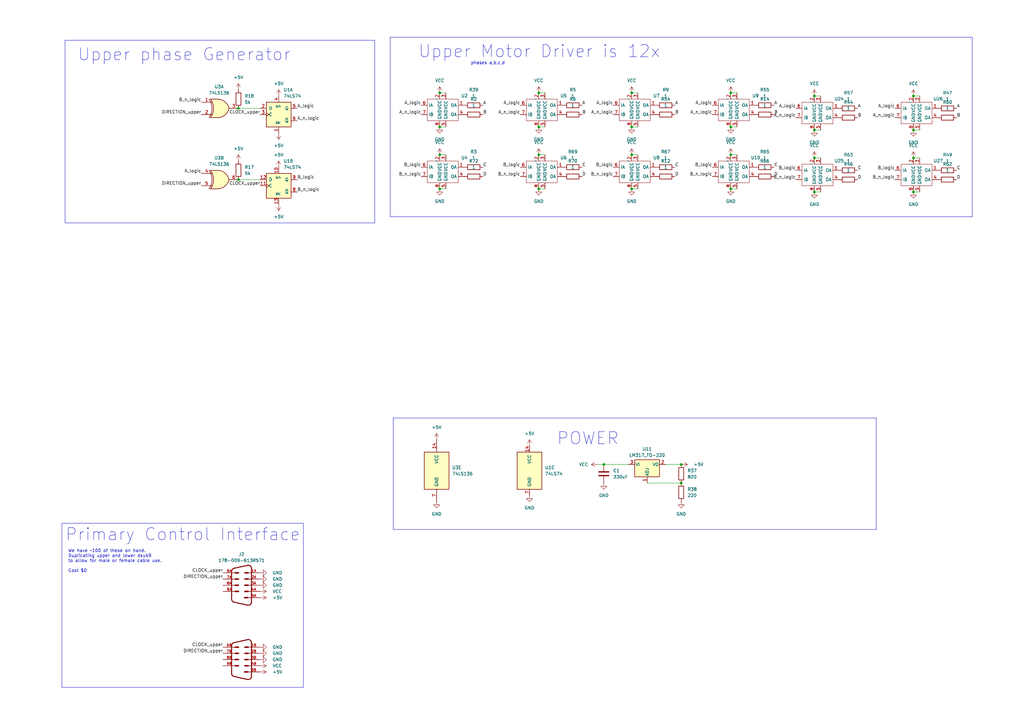
<source format=kicad_sch>
(kicad_sch (version 20230121) (generator eeschema)
  (paper "A3")
  (lib_symbols
    (symbol "178-009-613R571:178-009-613R571" (pin_names (offset 1.016))
      (property "Reference" "J" (at -3.81 1.27 0))
      (property "Value" "178-009-613R571" (at -3.81 -3.175 0))
      (symbol "178-009-613R571_0_0"
        (arc (start -4.064 -20.9488) (mid -3.7833 -21.745) (end -3.0654 -22.1894) (stroke (width 0.4064)))
        (arc (start -4.064 9.5312) (mid -3.7833 8.735) (end -3.0654 8.2906) (stroke (width 0.4064)))
        (arc (start -3.0654 -8.2906) (mid -3.7809 -8.732) (end -4.064 -9.5312) (stroke (width 0.4064)))
        (arc (start -3.0654 22.1894) (mid -3.7809 21.748) (end -4.064 20.9488) (stroke (width 0.4064)))
        (polyline (pts (xy -4.064 -9.5312) (xy -4.064 -20.9488)) (stroke (width 0.4064)))
        (polyline (pts (xy -4.064 20.9488) (xy -4.064 9.5312)) (stroke (width 0.4064)))
        (polyline (pts (xy -2.54 -17.78) (xy -1.27 -17.78)) (stroke (width 0.6096)))
        (polyline (pts (xy -2.54 -15.24) (xy -1.27 -15.24)) (stroke (width 0.6096)))
        (polyline (pts (xy -2.54 -12.7) (xy -1.27 -12.7)) (stroke (width 0.6096)))
        (polyline (pts (xy -2.54 -10.16) (xy -1.27 -10.16)) (stroke (width 0.6096)))
        (polyline (pts (xy -2.54 12.7) (xy -1.27 12.7)) (stroke (width 0.6096)))
        (polyline (pts (xy -2.54 15.24) (xy -1.27 15.24)) (stroke (width 0.6096)))
        (polyline (pts (xy -2.54 17.78) (xy -1.27 17.78)) (stroke (width 0.6096)))
        (polyline (pts (xy -2.54 20.32) (xy -1.27 20.32)) (stroke (width 0.6096)))
        (polyline (pts (xy 1.27 -20.32) (xy 2.54 -20.32)) (stroke (width 0.6096)))
        (polyline (pts (xy 1.27 10.16) (xy 2.54 10.16)) (stroke (width 0.6096)))
        (polyline (pts (xy 1.397 -17.78) (xy 2.667 -17.78)) (stroke (width 0.6096)))
        (polyline (pts (xy 1.397 -15.24) (xy 2.667 -15.24)) (stroke (width 0.6096)))
        (polyline (pts (xy 1.397 -12.7) (xy 2.667 -12.7)) (stroke (width 0.6096)))
        (polyline (pts (xy 1.397 -10.16) (xy 2.667 -10.16)) (stroke (width 0.6096)))
        (polyline (pts (xy 1.397 12.7) (xy 2.667 12.7)) (stroke (width 0.6096)))
        (polyline (pts (xy 1.397 15.24) (xy 2.667 15.24)) (stroke (width 0.6096)))
        (polyline (pts (xy 1.397 17.78) (xy 2.667 17.78)) (stroke (width 0.6096)))
        (polyline (pts (xy 1.397 20.32) (xy 2.667 20.32)) (stroke (width 0.6096)))
        (polyline (pts (xy 2.5226 -23.4118) (xy -3.0654 -22.1894)) (stroke (width 0.4064)))
        (polyline (pts (xy 2.5226 -7.0682) (xy -3.0654 -8.2906)) (stroke (width 0.4064)))
        (polyline (pts (xy 2.5226 7.0682) (xy -3.0654 8.2906)) (stroke (width 0.4064)))
        (polyline (pts (xy 2.5226 23.4118) (xy -3.0654 22.1894)) (stroke (width 0.4064)))
        (polyline (pts (xy 4.064 -8.3088) (xy 4.064 -22.1712)) (stroke (width 0.4064)))
        (polyline (pts (xy 4.064 22.1712) (xy 4.064 8.3088)) (stroke (width 0.4064)))
        (arc (start 2.5226 -23.4118) (mid 3.5903 -23.1605) (end 4.0637 -22.1712) (stroke (width 0.4064)))
        (arc (start 2.5226 7.0682) (mid 3.5903 7.3195) (end 4.0637 8.3088) (stroke (width 0.4064)))
        (arc (start 4.064 -8.3088) (mid 3.5874 -7.3171) (end 2.5226 -7.0681) (stroke (width 0.4064)))
        (arc (start 4.064 22.1712) (mid 3.5874 23.1629) (end 2.5226 23.4119) (stroke (width 0.4064)))
        (pin passive line (at 7.62 20.32 180) (length 5.08) (name "~") (number "1A"))
        (pin passive line (at 7.62 -10.16 180) (length 5.08) (name "~") (number "1B"))
        (pin passive line (at 7.62 17.78 180) (length 5.08) (name "~") (number "2A"))
        (pin passive line (at 7.62 -12.7 180) (length 5.08) (name "~") (number "2B"))
        (pin passive line (at 7.62 15.24 180) (length 5.08) (name "~") (number "3A"))
        (pin passive line (at 7.62 -15.24 180) (length 5.08) (name "~") (number "3B"))
        (pin passive line (at 7.62 12.7 180) (length 5.08) (name "~") (number "4A"))
        (pin passive line (at 7.62 -17.78 180) (length 5.08) (name "~") (number "4B"))
        (pin passive line (at 7.62 10.16 180) (length 5.08) (name "~") (number "5A"))
        (pin passive line (at 7.62 -20.32 180) (length 5.08) (name "~") (number "5B"))
        (pin passive line (at -7.62 20.32 0) (length 5.08) (name "~") (number "6A"))
        (pin passive line (at -7.62 -10.16 0) (length 5.08) (name "~") (number "6B"))
        (pin passive line (at -7.62 17.78 0) (length 5.08) (name "~") (number "7A"))
        (pin passive line (at -7.62 -12.7 0) (length 5.08) (name "~") (number "7B"))
        (pin passive line (at -7.62 15.24 0) (length 5.08) (name "~") (number "8A"))
        (pin passive line (at -7.62 -15.24 0) (length 5.08) (name "~") (number "8B"))
        (pin passive line (at -7.62 12.7 0) (length 5.08) (name "~") (number "9A"))
        (pin passive line (at -7.62 -17.78 0) (length 5.08) (name "~") (number "9B"))
      )
    )
    (symbol "74xx:74LS136" (pin_names (offset 1.016))
      (property "Reference" "U" (at 0 1.27 0))
      (property "Value" "74LS136" (at 0 -1.27 0))
      (symbol "74LS136_1_0"
        (arc (start -4.4196 -3.81) (mid -3.2033 0) (end -4.4196 3.81) (stroke (width 0.254)))
        (arc (start -3.81 -3.81) (mid -2.589 0) (end -3.81 3.81) (stroke (width 0.254)))
        (arc (start -0.6096 -3.81) (mid 2.1842 -2.5851) (end 3.81 0) (stroke (width 0.254)) (fill (type background)))
        (polyline (pts (xy -3.81 -3.81) (xy -0.635 -3.81)) (stroke (width 0.254)) (fill (type background)))
        (polyline (pts (xy -3.81 3.81) (xy -0.635 3.81)) (stroke (width 0.254)) (fill (type background)))
        (polyline (pts (xy -0.635 3.81) (xy -3.81 3.81) (xy -3.81 3.81) (xy -3.556 3.4036) (xy -3.0226 2.2606) (xy -2.6924 1.0414) (xy -2.6162 -0.254) (xy -2.7686 -1.4986) (xy -3.175 -2.7178) (xy -3.81 -3.81) (xy -3.81 -3.81) (xy -0.635 -3.81)) (stroke (width -25.4)) (fill (type background)))
        (arc (start 3.81 0) (mid 2.1915 2.5936) (end -0.6096 3.81) (stroke (width 0.254)) (fill (type background)))
        (pin input line (at -7.62 2.54 0) (length 4.445) (name "~") (number "1"))
        (pin input line (at -7.62 -2.54 0) (length 4.445) (name "~") (number "2"))
        (pin open_collector line (at 7.62 0 180) (length 3.81) (name "~") (number "3"))
      )
      (symbol "74LS136_1_1"
        (polyline (pts (xy -3.81 -2.54) (xy -3.175 -2.54)) (stroke (width 0.1524)))
        (polyline (pts (xy -3.81 2.54) (xy -3.175 2.54)) (stroke (width 0.1524)))
      )
      (symbol "74LS136_2_0"
        (arc (start -4.4196 -3.81) (mid -3.2033 0) (end -4.4196 3.81) (stroke (width 0.254)))
        (arc (start -3.81 -3.81) (mid -2.589 0) (end -3.81 3.81) (stroke (width 0.254)))
        (arc (start -0.6096 -3.81) (mid 2.1842 -2.5851) (end 3.81 0) (stroke (width 0.254)) (fill (type background)))
        (polyline (pts (xy -3.81 -3.81) (xy -0.635 -3.81)) (stroke (width 0.254)) (fill (type background)))
        (polyline (pts (xy -3.81 3.81) (xy -0.635 3.81)) (stroke (width 0.254)) (fill (type background)))
        (polyline (pts (xy -0.635 3.81) (xy -3.81 3.81) (xy -3.81 3.81) (xy -3.556 3.4036) (xy -3.0226 2.2606) (xy -2.6924 1.0414) (xy -2.6162 -0.254) (xy -2.7686 -1.4986) (xy -3.175 -2.7178) (xy -3.81 -3.81) (xy -3.81 -3.81) (xy -0.635 -3.81)) (stroke (width -25.4)) (fill (type background)))
        (arc (start 3.81 0) (mid 2.1915 2.5936) (end -0.6096 3.81) (stroke (width 0.254)) (fill (type background)))
        (pin input line (at -7.62 2.54 0) (length 4.445) (name "~") (number "4"))
        (pin input line (at -7.62 -2.54 0) (length 4.445) (name "~") (number "5"))
        (pin open_collector line (at 7.62 0 180) (length 3.81) (name "~") (number "6"))
      )
      (symbol "74LS136_2_1"
        (polyline (pts (xy -3.81 -2.54) (xy -3.175 -2.54)) (stroke (width 0.1524)))
        (polyline (pts (xy -3.81 2.54) (xy -3.175 2.54)) (stroke (width 0.1524)))
      )
      (symbol "74LS136_3_0"
        (arc (start -4.4196 -3.81) (mid -3.2033 0) (end -4.4196 3.81) (stroke (width 0.254)))
        (arc (start -3.81 -3.81) (mid -2.589 0) (end -3.81 3.81) (stroke (width 0.254)))
        (arc (start -0.6096 -3.81) (mid 2.1842 -2.5851) (end 3.81 0) (stroke (width 0.254)) (fill (type background)))
        (polyline (pts (xy -3.81 -3.81) (xy -0.635 -3.81)) (stroke (width 0.254)) (fill (type background)))
        (polyline (pts (xy -3.81 3.81) (xy -0.635 3.81)) (stroke (width 0.254)) (fill (type background)))
        (polyline (pts (xy -0.635 3.81) (xy -3.81 3.81) (xy -3.81 3.81) (xy -3.556 3.4036) (xy -3.0226 2.2606) (xy -2.6924 1.0414) (xy -2.6162 -0.254) (xy -2.7686 -1.4986) (xy -3.175 -2.7178) (xy -3.81 -3.81) (xy -3.81 -3.81) (xy -0.635 -3.81)) (stroke (width -25.4)) (fill (type background)))
        (arc (start 3.81 0) (mid 2.1915 2.5936) (end -0.6096 3.81) (stroke (width 0.254)) (fill (type background)))
        (pin input line (at -7.62 -2.54 0) (length 4.445) (name "~") (number "10"))
        (pin open_collector line (at 7.62 0 180) (length 3.81) (name "~") (number "8"))
        (pin input line (at -7.62 2.54 0) (length 4.445) (name "~") (number "9"))
      )
      (symbol "74LS136_3_1"
        (polyline (pts (xy -3.81 -2.54) (xy -3.175 -2.54)) (stroke (width 0.1524)))
        (polyline (pts (xy -3.81 2.54) (xy -3.175 2.54)) (stroke (width 0.1524)))
      )
      (symbol "74LS136_4_0"
        (arc (start -4.4196 -3.81) (mid -3.2033 0) (end -4.4196 3.81) (stroke (width 0.254)))
        (arc (start -3.81 -3.81) (mid -2.589 0) (end -3.81 3.81) (stroke (width 0.254)))
        (arc (start -0.6096 -3.81) (mid 2.1842 -2.5851) (end 3.81 0) (stroke (width 0.254)) (fill (type background)))
        (polyline (pts (xy -3.81 -3.81) (xy -0.635 -3.81)) (stroke (width 0.254)) (fill (type background)))
        (polyline (pts (xy -3.81 3.81) (xy -0.635 3.81)) (stroke (width 0.254)) (fill (type background)))
        (polyline (pts (xy -0.635 3.81) (xy -3.81 3.81) (xy -3.81 3.81) (xy -3.556 3.4036) (xy -3.0226 2.2606) (xy -2.6924 1.0414) (xy -2.6162 -0.254) (xy -2.7686 -1.4986) (xy -3.175 -2.7178) (xy -3.81 -3.81) (xy -3.81 -3.81) (xy -0.635 -3.81)) (stroke (width -25.4)) (fill (type background)))
        (arc (start 3.81 0) (mid 2.1915 2.5936) (end -0.6096 3.81) (stroke (width 0.254)) (fill (type background)))
        (pin open_collector line (at 7.62 0 180) (length 3.81) (name "~") (number "11"))
        (pin input line (at -7.62 2.54 0) (length 4.445) (name "~") (number "12"))
        (pin input line (at -7.62 -2.54 0) (length 4.445) (name "~") (number "13"))
      )
      (symbol "74LS136_4_1"
        (polyline (pts (xy -3.81 -2.54) (xy -3.175 -2.54)) (stroke (width 0.1524)))
        (polyline (pts (xy -3.81 2.54) (xy -3.175 2.54)) (stroke (width 0.1524)))
      )
      (symbol "74LS136_5_0"
        (pin power_in line (at 0 12.7 270) (length 5.08) (name "VCC") (number "14"))
        (pin power_in line (at 0 -12.7 90) (length 5.08) (name "GND") (number "7"))
      )
      (symbol "74LS136_5_1"
        (rectangle (start -5.08 7.62) (end 5.08 -7.62) (stroke (width 0.254)) (fill (type background)))
      )
    )
    (symbol "74xx:74LS74" (pin_names (offset 1.016))
      (property "Reference" "U" (at -7.62 8.89 0))
      (property "Value" "74LS74" (at -7.62 -8.89 0))
      (symbol "74LS74_1_0"
        (pin input line (at 0 -7.62 90) (length 2.54) (name "~{R}") (number "1"))
        (pin input line (at -7.62 2.54 0) (length 2.54) (name "D") (number "2"))
        (pin input clock (at -7.62 0 0) (length 2.54) (name "C") (number "3"))
        (pin input line (at 0 7.62 270) (length 2.54) (name "~{S}") (number "4"))
        (pin output line (at 7.62 2.54 180) (length 2.54) (name "Q") (number "5"))
        (pin output line (at 7.62 -2.54 180) (length 2.54) (name "~{Q}") (number "6"))
      )
      (symbol "74LS74_1_1"
        (rectangle (start -5.08 5.08) (end 5.08 -5.08) (stroke (width 0.254)) (fill (type background)))
      )
      (symbol "74LS74_2_0"
        (pin input line (at 0 7.62 270) (length 2.54) (name "~{S}") (number "10"))
        (pin input clock (at -7.62 0 0) (length 2.54) (name "C") (number "11"))
        (pin input line (at -7.62 2.54 0) (length 2.54) (name "D") (number "12"))
        (pin input line (at 0 -7.62 90) (length 2.54) (name "~{R}") (number "13"))
        (pin output line (at 7.62 -2.54 180) (length 2.54) (name "~{Q}") (number "8"))
        (pin output line (at 7.62 2.54 180) (length 2.54) (name "Q") (number "9"))
      )
      (symbol "74LS74_2_1"
        (rectangle (start -5.08 5.08) (end 5.08 -5.08) (stroke (width 0.254)) (fill (type background)))
      )
      (symbol "74LS74_3_0"
        (pin power_in line (at 0 10.16 270) (length 2.54) (name "VCC") (number "14"))
        (pin power_in line (at 0 -10.16 90) (length 2.54) (name "GND") (number "7"))
      )
      (symbol "74LS74_3_1"
        (rectangle (start -5.08 7.62) (end 5.08 -7.62) (stroke (width 0.254)) (fill (type background)))
      )
    )
    (symbol "Device:C" (pin_numbers hide) (pin_names (offset 0.254))
      (property "Reference" "C" (at 0.635 2.54 0))
      (property "Value" "C" (at 0.635 -2.54 0))
      (symbol "C_0_1"
        (polyline (pts (xy -2.032 -0.762) (xy 2.032 -0.762)) (stroke (width 0.508)))
        (polyline (pts (xy -2.032 0.762) (xy 2.032 0.762)) (stroke (width 0.508)))
      )
      (symbol "C_1_1"
        (pin passive line (at 0 3.81 270) (length 2.794) (name "~") (number "1"))
        (pin passive line (at 0 -3.81 90) (length 2.794) (name "~") (number "2"))
      )
    )
    (symbol "Device:R" (pin_numbers hide) (pin_names (offset 0))
      (property "Reference" "R" (at 2.032 0 90))
      (property "Value" "R" (at 0 0 90))
      (symbol "R_0_1"
        (rectangle (start -1.016 -2.54) (end 1.016 2.54) (stroke (width 0.254)))
      )
      (symbol "R_1_1"
        (pin passive line (at 0 3.81 270) (length 1.27) (name "~") (number "1"))
        (pin passive line (at 0 -3.81 90) (length 1.27) (name "~") (number "2"))
      )
    )
    (symbol "Regulator_Linear:LM317_TO-220" (pin_names (offset 0.254))
      (property "Reference" "U" (at -3.81 3.175 0))
      (property "Value" "LM317_TO-220" (at 0 3.175 0))
      (symbol "LM317_TO-220_0_1"
        (rectangle (start -5.08 1.905) (end 5.08 -5.08) (stroke (width 0.254)) (fill (type background)))
      )
      (symbol "LM317_TO-220_1_1"
        (pin input line (at 0 -7.62 90) (length 2.54) (name "ADJ") (number "1"))
        (pin power_out line (at 7.62 0 180) (length 2.54) (name "VO") (number "2"))
        (pin power_in line (at -7.62 0 0) (length 2.54) (name "VI") (number "3"))
      )
    )
    (symbol "my parts:L9110h"
      (property "Reference" "U" (at 0 0 0))
      (symbol "L9110h_0_1"
        (rectangle (start -3.81 0) (end 8.89 -8.89))
      )
      (symbol "L9110h_1_1"
        (pin output line (at 11.43 -2.54 180) (length 2.54) (name "OA") (number "1"))
        (pin input line (at 1.27 2.54 270) (length 2.54) (name "VCC") (number "2"))
        (pin input line (at 3.81 2.54 270) (length 2.54) (name "VCC") (number "3"))
        (pin output line (at 11.43 -6.35 180) (length 2.54) (name "OA") (number "4"))
        (pin input line (at 3.81 -11.43 90) (length 2.54) (name "GND") (number "5"))
        (pin input line (at -6.35 -2.54 0) (length 2.54) (name "IA") (number "6"))
        (pin input line (at -6.35 -6.35 0) (length 2.54) (name "IB") (number "7"))
        (pin input line (at 1.27 -11.43 90) (length 2.54) (name "GND") (number "8"))
      )
    )
    (symbol "power:+5V" (power) (pin_names (offset 0))
      (property "Value" "+5V" (at 0 3.556 0))
      (symbol "+5V_0_1"
        (polyline (pts (xy -0.762 1.27) (xy 0 2.54)))
        (polyline (pts (xy 0 0) (xy 0 2.54)))
        (polyline (pts (xy 0 2.54) (xy 0.762 1.27)))
      )
      (symbol "+5V_1_1"
        (pin power_in line (at 0 0 90) (length 0) hide (name "+5V") (number "1"))
      )
    )
    (symbol "power:GND" (power) (pin_names (offset 0))
      (property "Value" "GND" (at 0 -3.81 0))
      (symbol "GND_0_1"
        (polyline (pts (xy 0 0) (xy 0 -1.27) (xy 1.27 -1.27) (xy 0 -2.54) (xy -1.27 -1.27) (xy 0 -1.27)))
      )
      (symbol "GND_1_1"
        (pin power_in line (at 0 0 270) (length 0) hide (name "GND") (number "1"))
      )
    )
    (symbol "power:VCC" (power) (pin_names (offset 0))
      (property "Value" "VCC" (at 0 3.81 0))
      (symbol "VCC_0_1"
        (polyline (pts (xy -0.762 1.27) (xy 0 2.54)))
        (polyline (pts (xy 0 0) (xy 0 2.54)))
        (polyline (pts (xy 0 2.54) (xy 0.762 1.27)))
      )
      (symbol "VCC_1_1"
        (pin power_in line (at 0 0 90) (length 0) hide (name "VCC") (number "1"))
      )
    )
  )
  (junction (at 259.08 52.07))
  (junction (at 247.65 190.5))
  (junction (at 180.34 77.47))
  (junction (at 279.4 198.12))
  (junction (at 279.4 190.5))
  (junction (at 180.34 52.07))
  (junction (at 259.08 77.47))
  (junction (at 220.98 63.5))
  (junction (at 299.72 63.5))
  (junction (at 374.65 78.74))
  (junction (at 180.34 63.5))
  (junction (at 299.72 38.1))
  (junction (at 374.65 53.34))
  (junction (at 334.01 39.37))
  (junction (at 220.98 52.07))
  (junction (at 374.65 39.37))
  (junction (at 220.98 38.1))
  (junction (at 299.72 77.47))
  (junction (at 374.65 64.77))
  (junction (at 180.34 38.1))
  (junction (at 334.01 78.74))
  (junction (at 334.01 53.34))
  (junction (at 334.01 64.77))
  (junction (at 97.79 44.45))
  (junction (at 259.08 63.5))
  (junction (at 220.98 77.47))
  (junction (at 259.08 38.1))
  (junction (at 299.72 52.07))
  (junction (at 97.79 73.66))
  (wire (pts (xy 247.65 190.5) (xy 257.81 190.5)))
  (wire (pts (xy 180.34 63.5) (xy 182.88 63.5)))
  (wire (pts (xy 374.65 39.37) (xy 377.19 39.37)))
  (wire (pts (xy 220.98 63.5) (xy 223.52 63.5)))
  (wire (pts (xy 180.34 38.1) (xy 182.88 38.1)))
  (wire (pts (xy 220.98 77.47) (xy 223.52 77.47)))
  (wire (pts (xy 334.01 78.74) (xy 336.55 78.74)))
  (wire (pts (xy 334.01 64.77) (xy 336.55 64.77)))
  (wire (pts (xy 299.72 52.07) (xy 302.26 52.07)))
  (wire (pts (xy 97.79 44.45) (xy 106.68 44.45)))
  (wire (pts (xy 245.11 190.5) (xy 247.65 190.5)))
  (wire (pts (xy 180.34 77.47) (xy 182.88 77.47)))
  (wire (pts (xy 259.08 77.47) (xy 261.62 77.47)))
  (wire (pts (xy 374.65 78.74) (xy 377.19 78.74)))
  (wire (pts (xy 265.43 198.12) (xy 279.4 198.12)))
  (wire (pts (xy 334.01 39.37) (xy 336.55 39.37)))
  (wire (pts (xy 299.72 77.47) (xy 302.26 77.47)))
  (wire (pts (xy 220.98 38.1) (xy 223.52 38.1)))
  (wire (pts (xy 273.05 190.5) (xy 279.4 190.5)))
  (wire (pts (xy 374.65 64.77) (xy 377.19 64.77)))
  (wire (pts (xy 180.34 52.07) (xy 182.88 52.07)))
  (wire (pts (xy 299.72 38.1) (xy 302.26 38.1)))
  (wire (pts (xy 220.98 52.07) (xy 223.52 52.07)))
  (wire (pts (xy 374.65 53.34) (xy 377.19 53.34)))
  (wire (pts (xy 259.08 52.07) (xy 261.62 52.07)))
  (wire (pts (xy 299.72 63.5) (xy 302.26 63.5)))
  (wire (pts (xy 334.01 53.34) (xy 336.55 53.34)))
  (wire (pts (xy 259.08 38.1) (xy 261.62 38.1)))
  (wire (pts (xy 259.08 63.5) (xy 261.62 63.5)))
  (wire (pts (xy 97.79 73.66) (xy 106.68 73.66)))
  (rectangle (start 160.02 15.24) (end 398.78 88.9))
  (rectangle (start 26.67 16.51) (end 153.67 91.44))
  (rectangle (start 161.29 171.45) (end 359.41 217.17))
  (rectangle (start 25.4 214.63) (end 124.46 281.94))
  (text "Primary Control Interface" (at 26.67 222.25 0) (effects (font (size 5 5)) (justify left bottom)))
  (text "We have ~100 of these on hand.\nDuplicating upper and lower dsub9\nto allow for male or female cable use.\n\nCost $0" (at 27.94 234.95 0) (effects (font (size 1.27 1.27)) (justify left bottom)))
  (text "phases a,b,c,d" (at 193.04 26.67 0) (effects (font (size 1.27 1.27)) (justify left bottom)))
  (text "Upper Motor Driver is 12x " (at 171.45 24.13 0) (effects (font (size 5 5)) (justify left bottom)))
  (text "POWER" (at 254 182.88 0) (effects (font (size 5 5)) (justify right bottom)))
  (text "Upper phase Generator" (at 31.75 25.4 0) (effects (font (size 5 5)) (justify left bottom)))
  (label "B_n_logic" (at 326.39 73.66 180))
  (label "B_n_logic" (at 121.92 78.74 0))
  (label "A_logic" (at 213.36 43.18 180))
  (label "B" (at 276.86 46.99 0))
  (label "D" (at 238.76 72.39 0))
  (label "B_n_logic" (at 172.72 72.39 180))
  (label "B_n_logic" (at 82.55 41.91 180))
  (label "B_logic" (at 326.39 69.85 180))
  (label "B_n_logic" (at 251.46 72.39 180))
  (label "B_n_logic" (at 213.36 72.39 180))
  (label "C" (at 317.5 68.58 0))
  (label "C" (at 238.76 68.58 0))
  (label "A" (at 276.86 43.18 0))
  (label "DIRECTION_upper" (at 82.55 76.2 180))
  (label "A" (at 317.5 43.18 0))
  (label "B" (at 392.43 48.26 0))
  (label "CLOCK_upper" (at 106.68 76.2 180))
  (label "CLOCK_upper" (at 106.68 46.99 180))
  (label "B" (at 351.79 48.26 0))
  (label "B" (at 238.76 46.99 0))
  (label "A_logic" (at 367.03 44.45 180))
  (label "A_n_logic" (at 251.46 46.99 180))
  (label "CLOCK_upper" (at 91.44 265.43 180))
  (label "DIRECTION_upper" (at 91.44 267.97 180))
  (label "A_logic" (at 82.55 71.12 180))
  (label "A_logic" (at 251.46 43.18 180))
  (label "A_logic" (at 121.92 44.45 0))
  (label "C" (at 351.79 69.85 0))
  (label "A_n_logic" (at 292.1 46.99 180))
  (label "DIRECTION_upper" (at 82.55 46.99 180))
  (label "C" (at 276.86 68.58 0))
  (label "CLOCK_upper" (at 91.44 234.95 180))
  (label "B_logic" (at 213.36 68.58 180))
  (label "A_n_logic" (at 172.72 46.99 180))
  (label "B" (at 198.12 46.99 0))
  (label "A" (at 392.43 44.45 0))
  (label "A" (at 198.12 43.18 0))
  (label "A" (at 351.79 44.45 0))
  (label "B_logic" (at 121.92 73.66 0))
  (label "A_n_logic" (at 367.03 48.26 180))
  (label "A_logic" (at 326.39 44.45 180))
  (label "A" (at 238.76 43.18 0))
  (label "A_n_logic" (at 326.39 48.26 180))
  (label "D" (at 392.43 73.66 0))
  (label "A_logic" (at 172.72 43.18 180))
  (label "D" (at 198.12 72.39 0))
  (label "D" (at 317.5 72.39 0))
  (label "DIRECTION_upper" (at 91.44 237.49 180))
  (label "D" (at 276.86 72.39 0))
  (label "B_n_logic" (at 367.03 73.66 180))
  (label "B_logic" (at 251.46 68.58 180))
  (label "C" (at 198.12 68.58 0))
  (label "A_n_logic" (at 213.36 46.99 180))
  (label "A_n_logic" (at 121.92 49.53 0))
  (label "B_logic" (at 172.72 68.58 180))
  (label "D" (at 351.79 73.66 0))
  (label "C" (at 392.43 69.85 0))
  (label "B_n_logic" (at 292.1 72.39 180))
  (label "B_logic" (at 367.03 69.85 180))
  (label "B_logic" (at 292.1 68.58 180))
  (label "A_logic" (at 292.1 43.18 180))
  (label "B" (at 317.5 46.99 0))
  (symbol (lib_id "Device:R") (at 273.05 46.99 90) (unit 1)
    (property "Reference" "R54" (at 273.05 40.64 90))
    (property "Value" "1" (at 273.05 43.18 90))
    (property "Footprint" "Resistor_SMD:R_1206_3216Metric" (effects hide))
  )
  (symbol (lib_id "my parts:L9110h") (at 257.81 66.04 0) (unit 1)
    (property "Reference" "U8" (at 269.24 64.6683 0))
    (property "Value" "~" (at 257.81 66.04 0))
    (property "Footprint" "Package_DIP:DIP-8_W7.62mm" (effects hide))
  )
  (symbol (lib_id "Device:R") (at 347.98 73.66 90) (unit 1)
    (property "Reference" "R46" (at 347.98 67.31 90))
    (property "Value" "1" (at 347.98 69.85 90))
    (property "Footprint" "Resistor_SMD:R_1206_3216Metric" (effects hide))
  )
  (symbol (lib_id "power:GND") (at 179.07 205.74 0) (unit 1)
    (property "Reference" "#PWR018" (effects hide))
    (property "Value" "GND" (at 179.07 210.82 0))
  )
  (symbol (lib_id "power:VCC") (at 334.01 39.37 0) (unit 1)
    (property "Reference" "#PWR053" (effects hide))
    (property "Value" "VCC" (at 334.01 34.29 0))
  )
  (symbol (lib_id "power:VCC") (at 374.65 64.77 0) (unit 1)
    (property "Reference" "#PWR059" (effects hide))
    (property "Value" "VCC" (at 374.65 59.69 0))
  )
  (symbol (lib_id "74xx:74LS136") (at 179.07 193.04 0) (unit 5)
    (property "Reference" "U3" (at 185.42 191.77 0) (effects (justify left)))
    (property "Value" "74LS136" (at 185.42 194.31 0) (effects (justify left)))
    (property "Footprint" "Package_DIP:DIP-14_W7.62mm" (effects hide))
    (property "Datasheet" "http://www.ti.com/lit/ds/symlink/sn54ls136.pdf" (effects hide))
  )
  (symbol (lib_id "my parts:L9110h") (at 257.81 40.64 0) (unit 1)
    (property "Reference" "U7" (at 269.24 39.2683 0))
    (property "Value" "~" (at 257.81 40.64 0))
    (property "Footprint" "Package_DIP:DIP-8_W7.62mm" (effects hide))
  )
  (symbol (lib_id "Device:R") (at 194.31 72.39 90) (unit 1)
    (property "Reference" "R72" (at 194.31 66.04 90))
    (property "Value" "1" (at 194.31 68.58 90))
    (property "Footprint" "Resistor_SMD:R_1206_3216Metric" (effects hide))
  )
  (symbol (lib_id "power:VCC") (at 180.34 38.1 0) (unit 1)
    (property "Reference" "#PWR02" (effects hide))
    (property "Value" "VCC" (at 180.34 33.02 0))
  )
  (symbol (lib_id "Device:R") (at 273.05 72.39 90) (unit 1)
    (property "Reference" "R12" (at 273.05 66.04 90))
    (property "Value" "1" (at 273.05 68.58 90))
    (property "Footprint" "Resistor_SMD:R_1206_3216Metric" (effects hide))
  )
  (symbol (lib_id "power:VCC") (at 180.34 63.5 0) (unit 1)
    (property "Reference" "#PWR03" (effects hide))
    (property "Value" "VCC" (at 180.34 58.42 0))
  )
  (symbol (lib_id "Device:R") (at 234.95 68.58 90) (unit 1)
    (property "Reference" "R69" (at 234.95 62.23 90))
    (property "Value" "1" (at 234.95 64.77 90))
    (property "Footprint" "Resistor_SMD:R_1206_3216Metric" (effects hide))
  )
  (symbol (lib_id "power:GND") (at 106.68 267.97 90) (unit 1)
    (property "Reference" "#PWR033" (effects hide))
    (property "Value" "GND" (at 111.76 267.97 90) (effects (justify right)))
  )
  (symbol (lib_id "my parts:L9110h") (at 373.38 67.31 0) (unit 1)
    (property "Reference" "U27" (at 384.81 65.9383 0))
    (property "Value" "~" (at 373.38 67.31 0))
    (property "Footprint" "Package_DIP:DIP-8_W7.62mm" (effects hide))
  )
  (symbol (lib_id "power:GND") (at 247.65 198.12 0) (unit 1)
    (property "Reference" "#PWR048" (effects hide))
    (property "Value" "GND" (at 247.65 203.2 0))
  )
  (symbol (lib_id "74xx:74LS136") (at 90.17 73.66 0) (unit 2)
    (property "Reference" "U3" (at 89.8652 64.77 0))
    (property "Value" "74LS136" (at 89.8652 67.31 0))
    (property "Footprint" "Package_DIP:DIP-14_W7.62mm" (effects hide))
    (property "Datasheet" "http://www.ti.com/lit/ds/symlink/sn54ls136.pdf" (effects hide))
  )
  (symbol (lib_id "Device:R") (at 347.98 69.85 90) (unit 1)
    (property "Reference" "R63" (at 347.98 63.5 90))
    (property "Value" "1" (at 347.98 66.04 90))
    (property "Footprint" "Resistor_SMD:R_1206_3216Metric" (effects hide))
  )
  (symbol (lib_id "power:VCC") (at 334.01 64.77 0) (unit 1)
    (property "Reference" "#PWR055" (effects hide))
    (property "Value" "VCC" (at 334.01 59.69 0))
  )
  (symbol (lib_id "my parts:L9110h") (at 219.71 66.04 0) (unit 1)
    (property "Reference" "U6" (at 231.14 64.6683 0))
    (property "Value" "~" (at 219.71 66.04 0))
    (property "Footprint" "Package_DIP:DIP-8_W7.62mm" (effects hide))
  )
  (symbol (lib_id "power:GND") (at 106.68 237.49 90) (unit 1)
    (property "Reference" "#PWR035" (effects hide))
    (property "Value" "GND" (at 111.76 237.49 90) (effects (justify right)))
  )
  (symbol (lib_id "power:+5V") (at 106.68 245.11 270) (unit 1)
    (property "Reference" "#PWR028" (effects hide))
    (property "Value" "+5V" (at 111.76 245.11 90) (effects (justify left)))
  )
  (symbol (lib_id "Device:R") (at 279.4 201.93 0) (unit 1)
    (property "Reference" "R38" (at 281.94 200.66 0) (effects (justify left)))
    (property "Value" "220" (at 281.94 203.2 0) (effects (justify left)))
    (property "Footprint" "Resistor_THT:R_Axial_DIN0204_L3.6mm_D1.6mm_P5.08mm_Horizontal" (effects hide))
  )
  (symbol (lib_id "Device:R") (at 234.95 43.18 90) (unit 1)
    (property "Reference" "R5" (at 234.95 36.83 90))
    (property "Value" "1" (at 234.95 39.37 90))
    (property "Footprint" "Resistor_SMD:R_1206_3216Metric" (effects hide))
  )
  (symbol (lib_id "power:+5V") (at 97.79 66.04 0) (unit 1)
    (property "Reference" "#PWR026" (effects hide))
    (property "Value" "+5V" (at 97.79 60.96 0))
  )
  (symbol (lib_id "Device:R") (at 313.69 43.18 90) (unit 1)
    (property "Reference" "R55" (at 313.69 36.83 90))
    (property "Value" "1" (at 313.69 39.37 90))
    (property "Footprint" "Resistor_SMD:R_1206_3216Metric" (effects hide))
  )
  (symbol (lib_id "74xx:74LS136") (at 90.17 44.45 0) (unit 1)
    (property "Reference" "U3" (at 89.8652 35.56 0))
    (property "Value" "74LS136" (at 89.8652 38.1 0))
    (property "Footprint" "Package_DIP:DIP-14_W7.62mm" (effects hide))
    (property "Datasheet" "http://www.ti.com/lit/ds/symlink/sn54ls136.pdf" (effects hide))
  )
  (symbol (lib_id "power:GND") (at 106.68 265.43 90) (unit 1)
    (property "Reference" "#PWR030" (effects hide))
    (property "Value" "GND" (at 111.76 265.43 90) (effects (justify right)))
  )
  (symbol (lib_id "power:GND") (at 106.68 234.95 90) (unit 1)
    (property "Reference" "#PWR036" (effects hide))
    (property "Value" "GND" (at 111.76 234.95 90) (effects (justify right)))
  )
  (symbol (lib_id "power:VCC") (at 374.65 39.37 0) (unit 1)
    (property "Reference" "#PWR057" (effects hide))
    (property "Value" "VCC" (at 374.65 34.29 0))
  )
  (symbol (lib_id "power:VCC") (at 259.08 63.5 0) (unit 1)
    (property "Reference" "#PWR011" (effects hide))
    (property "Value" "VCC" (at 259.08 58.42 0))
  )
  (symbol (lib_id "power:GND") (at 217.17 203.2 0) (unit 1)
    (property "Reference" "#PWR017" (effects hide))
    (property "Value" "GND" (at 217.17 208.28 0))
  )
  (symbol (lib_id "power:VCC") (at 220.98 38.1 0) (unit 1)
    (property "Reference" "#PWR05" (effects hide))
    (property "Value" "VCC" (at 220.98 33.02 0))
  )
  (symbol (lib_id "Device:R") (at 194.31 46.99 90) (unit 1)
    (property "Reference" "R2" (at 194.31 40.64 90))
    (property "Value" "1" (at 194.31 43.18 90))
    (property "Footprint" "Resistor_SMD:R_1206_3216Metric" (effects hide))
  )
  (symbol (lib_id "power:+5V") (at 217.17 182.88 0) (unit 1)
    (property "Reference" "#PWR020" (effects hide))
    (property "Value" "+5V" (at 217.17 177.8 0))
  )
  (symbol (lib_id "power:+5V") (at 114.3 68.58 0) (unit 1)
    (property "Reference" "#PWR024" (effects hide))
    (property "Value" "+5V" (at 114.3 63.5 0))
  )
  (symbol (lib_id "power:GND") (at 279.4 205.74 0) (unit 1)
    (property "Reference" "#PWR049" (effects hide))
    (property "Value" "GND" (at 279.4 210.82 0))
  )
  (symbol (lib_id "Device:R") (at 388.62 73.66 90) (unit 1)
    (property "Reference" "R62" (at 388.62 67.31 90))
    (property "Value" "1" (at 388.62 69.85 90))
    (property "Footprint" "Resistor_SMD:R_1206_3216Metric" (effects hide))
  )
  (symbol (lib_id "power:GND") (at 259.08 77.47 0) (unit 1)
    (property "Reference" "#PWR012" (effects hide))
    (property "Value" "GND" (at 259.08 82.55 0))
  )
  (symbol (lib_id "power:GND") (at 220.98 52.07 0) (unit 1)
    (property "Reference" "#PWR06" (effects hide))
    (property "Value" "GND" (at 220.98 57.15 0))
  )
  (symbol (lib_id "power:+5V") (at 114.3 83.82 180) (unit 1)
    (property "Reference" "#PWR021" (effects hide))
    (property "Value" "+5V" (at 114.3 88.9 0))
  )
  (symbol (lib_id "Device:R") (at 388.62 44.45 90) (unit 1)
    (property "Reference" "R47" (at 388.62 38.1 90))
    (property "Value" "1" (at 388.62 40.64 90))
    (property "Footprint" "Resistor_SMD:R_1206_3216Metric" (effects hide))
  )
  (symbol (lib_id "power:GND") (at 220.98 77.47 0) (unit 1)
    (property "Reference" "#PWR08" (effects hide))
    (property "Value" "GND" (at 220.98 82.55 0))
  )
  (symbol (lib_id "Device:C") (at 247.65 194.31 0) (unit 1)
    (property "Reference" "C1" (at 251.46 193.04 0) (effects (justify left)))
    (property "Value" "330uF" (at 251.46 195.58 0) (effects (justify left)))
  )
  (symbol (lib_id "power:GND") (at 334.01 78.74 0) (unit 1)
    (property "Reference" "#PWR056" (effects hide))
    (property "Value" "GND" (at 334.01 83.82 0))
  )
  (symbol (lib_id "my parts:L9110h") (at 179.07 40.64 0) (unit 1)
    (property "Reference" "U2" (at 190.5 39.2683 0))
    (property "Value" "~" (at 179.07 40.64 0))
    (property "Footprint" "Package_DIP:DIP-8_W7.62mm" (effects hide))
  )
  (symbol (lib_id "power:VCC") (at 259.08 38.1 0) (unit 1)
    (property "Reference" "#PWR09" (effects hide))
    (property "Value" "VCC" (at 259.08 33.02 0))
  )
  (symbol (lib_id "power:+5V") (at 114.3 39.37 0) (unit 1)
    (property "Reference" "#PWR023" (effects hide))
    (property "Value" "+5V" (at 114.3 34.29 0))
  )
  (symbol (lib_id "Device:R") (at 313.69 68.58 90) (unit 1)
    (property "Reference" "R65" (at 313.69 62.23 90))
    (property "Value" "1" (at 313.69 64.77 90))
    (property "Footprint" "Resistor_SMD:R_1206_3216Metric" (effects hide))
  )
  (symbol (lib_id "74xx:74LS74") (at 114.3 46.99 0) (unit 1)
    (property "Reference" "U1" (at 116.2559 36.83 0) (effects (justify left)))
    (property "Value" "74LS74" (at 116.2559 39.37 0) (effects (justify left)))
    (property "Footprint" "Package_DIP:DIP-14_W7.62mm" (effects hide))
    (property "Datasheet" "74xx/74hc_hct74.pdf" (effects hide))
  )
  (symbol (lib_id "my parts:L9110h") (at 298.45 66.04 0) (unit 1)
    (property "Reference" "U10" (at 309.88 64.6683 0))
    (property "Value" "~" (at 298.45 66.04 0))
    (property "Footprint" "Package_DIP:DIP-8_W7.62mm" (effects hide))
  )
  (symbol (lib_id "power:GND") (at 106.68 240.03 90) (unit 1)
    (property "Reference" "#PWR027" (effects hide))
    (property "Value" "GND" (at 111.76 240.03 90) (effects (justify right)))
  )
  (symbol (lib_id "Device:R") (at 279.4 194.31 0) (unit 1)
    (property "Reference" "R37" (at 281.94 193.04 0) (effects (justify left)))
    (property "Value" "820" (at 281.94 195.58 0) (effects (justify left)))
    (property "Footprint" "Resistor_THT:R_Axial_DIN0204_L3.6mm_D1.6mm_P5.08mm_Horizontal" (effects hide))
  )
  (symbol (lib_id "74xx:74LS74") (at 114.3 76.2 0) (unit 2)
    (property "Reference" "U1" (at 116.2559 66.04 0) (effects (justify left)))
    (property "Value" "74LS74" (at 116.2559 68.58 0) (effects (justify left)))
    (property "Footprint" "Package_DIP:DIP-14_W7.62mm" (effects hide))
    (property "Datasheet" "74xx/74hc_hct74.pdf" (effects hide))
  )
  (symbol (lib_id "power:VCC") (at 299.72 38.1 0) (unit 1)
    (property "Reference" "#PWR013" (effects hide))
    (property "Value" "VCC" (at 299.72 33.02 0))
  )
  (symbol (lib_id "my parts:L9110h") (at 332.74 41.91 0) (unit 1)
    (property "Reference" "U24" (at 344.17 40.5383 0))
    (property "Value" "~" (at 332.74 41.91 0))
    (property "Footprint" "Package_DIP:DIP-8_W7.62mm" (effects hide))
  )
  (symbol (lib_id "Device:R") (at 273.05 43.18 90) (unit 1)
    (property "Reference" "R9" (at 273.05 36.83 90))
    (property "Value" "1" (at 273.05 39.37 90))
    (property "Footprint" "Resistor_SMD:R_1206_3216Metric" (effects hide))
  )
  (symbol (lib_id "power:GND") (at 299.72 77.47 0) (unit 1)
    (property "Reference" "#PWR016" (effects hide))
    (property "Value" "GND" (at 299.72 82.55 0))
  )
  (symbol (lib_id "power:+5V") (at 279.4 190.5 270) (unit 1)
    (property "Reference" "#PWR050" (effects hide))
    (property "Value" "+5V" (at 284.48 190.5 90) (effects (justify left)))
  )
  (symbol (lib_id "Device:R") (at 234.95 72.39 90) (unit 1)
    (property "Reference" "R70" (at 234.95 66.04 90))
    (property "Value" "1" (at 234.95 68.58 90))
    (property "Footprint" "Resistor_SMD:R_1206_3216Metric" (effects hide))
  )
  (symbol (lib_id "power:+5V") (at 179.07 180.34 0) (unit 1)
    (property "Reference" "#PWR019" (effects hide))
    (property "Value" "+5V" (at 179.07 175.26 0))
  )
  (symbol (lib_id "power:VCC") (at 245.11 190.5 90) (unit 1)
    (property "Reference" "#PWR047" (effects hide))
    (property "Value" "VCC" (at 241.3 190.5 90) (effects (justify left)))
  )
  (symbol (lib_id "Device:R") (at 97.79 40.64 180) (unit 1)
    (property "Reference" "R18" (at 100.33 39.37 0) (effects (justify right)))
    (property "Value" "5k" (at 100.33 41.91 0) (effects (justify right)))
    (property "Footprint" "Resistor_THT:R_Axial_DIN0204_L3.6mm_D1.6mm_P5.08mm_Horizontal" (effects hide))
  )
  (symbol (lib_id "Regulator_Linear:LM317_TO-220") (at 265.43 190.5 0) (unit 1)
    (property "Reference" "U11" (at 265.43 184.15 0))
    (property "Value" "LM317_TO-220" (at 265.43 186.69 0))
    (property "Footprint" "Package_TO_SOT_THT:TO-220-3_Vertical" (effects hide))
    (property "Datasheet" "http://www.ti.com/lit/ds/symlink/lm317.pdf" (effects hide))
  )
  (symbol (lib_id "power:GND") (at 299.72 52.07 0) (unit 1)
    (property "Reference" "#PWR014" (effects hide))
    (property "Value" "GND" (at 299.72 57.15 0))
  )
  (symbol (lib_id "power:VCC") (at 106.68 242.57 270) (unit 1)
    (property "Reference" "#PWR029" (effects hide))
    (property "Value" "VCC" (at 111.76 242.57 90) (effects (justify left)))
  )
  (symbol (lib_id "power:VCC") (at 299.72 63.5 0) (unit 1)
    (property "Reference" "#PWR015" (effects hide))
    (property "Value" "VCC" (at 299.72 58.42 0))
  )
  (symbol (lib_id "my parts:L9110h") (at 219.71 40.64 0) (unit 1)
    (property "Reference" "U5" (at 231.14 39.2683 0))
    (property "Value" "~" (at 219.71 40.64 0))
    (property "Footprint" "Package_DIP:DIP-8_W7.62mm" (effects hide))
  )
  (symbol (lib_id "power:GND") (at 180.34 77.47 0) (unit 1)
    (property "Reference" "#PWR04" (effects hide))
    (property "Value" "GND" (at 180.34 82.55 0))
  )
  (symbol (lib_id "Device:R") (at 388.62 69.85 90) (unit 1)
    (property "Reference" "R49" (at 388.62 63.5 90))
    (property "Value" "1" (at 388.62 66.04 90))
    (property "Footprint" "Resistor_SMD:R_1206_3216Metric" (effects hide))
  )
  (symbol (lib_id "my parts:L9110h") (at 373.38 41.91 0) (unit 1)
    (property "Reference" "U26" (at 384.81 40.5383 0))
    (property "Value" "~" (at 373.38 41.91 0))
    (property "Footprint" "Package_DIP:DIP-8_W7.62mm" (effects hide))
  )
  (symbol (lib_id "my parts:L9110h") (at 298.45 40.64 0) (unit 1)
    (property "Reference" "U9" (at 309.88 39.2683 0))
    (property "Value" "~" (at 298.45 40.64 0))
    (property "Footprint" "Package_DIP:DIP-8_W7.62mm" (effects hide))
  )
  (symbol (lib_id "Device:R") (at 234.95 46.99 90) (unit 1)
    (property "Reference" "R6" (at 234.95 40.64 90))
    (property "Value" "1" (at 234.95 43.18 90))
    (property "Footprint" "Resistor_SMD:R_1206_3216Metric" (effects hide))
  )
  (symbol (lib_id "power:VCC") (at 220.98 63.5 0) (unit 1)
    (property "Reference" "#PWR07" (effects hide))
    (property "Value" "VCC" (at 220.98 58.42 0))
  )
  (symbol (lib_id "power:+5V") (at 114.3 54.61 180) (unit 1)
    (property "Reference" "#PWR022" (effects hide))
    (property "Value" "+5V" (at 114.3 59.69 0))
  )
  (symbol (lib_id "Device:R") (at 273.05 68.58 90) (unit 1)
    (property "Reference" "R67" (at 273.05 62.23 90))
    (property "Value" "1" (at 273.05 64.77 90))
    (property "Footprint" "Resistor_SMD:R_1206_3216Metric" (effects hide))
  )
  (symbol (lib_id "Device:R") (at 347.98 48.26 90) (unit 1)
    (property "Reference" "R44" (at 347.98 41.91 90))
    (property "Value" "1" (at 347.98 44.45 90))
    (property "Footprint" "Resistor_SMD:R_1206_3216Metric" (effects hide))
  )
  (symbol (lib_id "power:+5V") (at 97.79 36.83 0) (unit 1)
    (property "Reference" "#PWR025" (effects hide))
    (property "Value" "+5V" (at 97.79 31.75 0))
  )
  (symbol (lib_id "Device:R") (at 97.79 69.85 180) (unit 1)
    (property "Reference" "R17" (at 100.33 68.58 0) (effects (justify right)))
    (property "Value" "5k" (at 100.33 71.12 0) (effects (justify right)))
    (property "Footprint" "Resistor_THT:R_Axial_DIN0204_L3.6mm_D1.6mm_P5.08mm_Horizontal" (effects hide))
  )
  (symbol (lib_id "Device:R") (at 388.62 48.26 90) (unit 1)
    (property "Reference" "R60" (at 388.62 41.91 90))
    (property "Value" "1" (at 388.62 44.45 90))
    (property "Footprint" "Resistor_SMD:R_1206_3216Metric" (effects hide))
  )
  (symbol (lib_id "power:+5V") (at 106.68 275.59 270) (unit 1)
    (property "Reference" "#PWR031" (effects hide))
    (property "Value" "+5V" (at 111.76 275.59 90) (effects (justify left)))
  )
  (symbol (lib_id "Device:R") (at 313.69 46.99 90) (unit 1)
    (property "Reference" "R14" (at 313.69 40.64 90))
    (property "Value" "1" (at 313.69 43.18 90))
    (property "Footprint" "Resistor_SMD:R_1206_3216Metric" (effects hide))
  )
  (symbol (lib_id "power:GND") (at 374.65 53.34 0) (unit 1)
    (property "Reference" "#PWR058" (effects hide))
    (property "Value" "GND" (at 374.65 58.42 0))
  )
  (symbol (lib_id "74xx:74LS74") (at 217.17 193.04 0) (unit 3)
    (property "Reference" "U1" (at 223.52 191.77 0) (effects (justify left)))
    (property "Value" "74LS74" (at 223.52 194.31 0) (effects (justify left)))
    (property "Footprint" "Package_DIP:DIP-14_W7.62mm" (effects hide))
    (property "Datasheet" "74xx/74hc_hct74.pdf" (effects hide))
  )
  (symbol (lib_id "Device:R") (at 194.31 68.58 90) (unit 1)
    (property "Reference" "R3" (at 194.31 62.23 90))
    (property "Value" "1" (at 194.31 64.77 90))
    (property "Footprint" "Resistor_SMD:R_1206_3216Metric" (effects hide))
  )
  (symbol (lib_id "power:GND") (at 259.08 52.07 0) (unit 1)
    (property "Reference" "#PWR010" (effects hide))
    (property "Value" "GND" (at 259.08 57.15 0))
  )
  (symbol (lib_id "power:GND") (at 180.34 52.07 0) (unit 1)
    (property "Reference" "#PWR01" (effects hide))
    (property "Value" "GND" (at 180.34 57.15 0))
  )
  (symbol (lib_id "power:GND") (at 374.65 78.74 0) (unit 1)
    (property "Reference" "#PWR060" (effects hide))
    (property "Value" "GND" (at 374.65 83.82 0))
  )
  (symbol (lib_id "power:VCC") (at 106.68 273.05 270) (unit 1)
    (property "Reference" "#PWR032" (effects hide))
    (property "Value" "VCC" (at 111.76 273.05 90) (effects (justify left)))
  )
  (symbol (lib_id "178-009-613R571:178-009-613R571") (at 99.06 255.27 0) (unit 1)
    (property "Reference" "J2" (at 99.06 227.33 0))
    (property "Value" "178-009-613R571" (at 99.06 229.87 0))
    (property "Footprint" "178-009-613R571:178-009-613R571" (effects hide))
    (property "MF" "NorComp Inc." (effects hide))
    (property "Description" "\n9, 9 Position D-Sub - Stacked Plug, Male Pins Connector\n" (effects hide))
    (property "Package" "None" (effects hide))
    (property "Price" "None" (effects hide))
    (property "SnapEDA_Link" "https://www.snapeda.com/parts/178-009-613R571/NorComp+Inc./view-part/?ref=snap" (effects hide))
    (property "MP" "178-009-613R571" (effects hide))
    (property "Availability" "In Stock" (effects hide))
    (property "Check_prices" "https://www.snapeda.com/parts/178-009-613R571/NorComp+Inc./view-part/?ref=eda" (effects hide))
  )
  (symbol (lib_id "power:GND") (at 334.01 53.34 0) (unit 1)
    (property "Reference" "#PWR054" (effects hide))
    (property "Value" "GND" (at 334.01 58.42 0))
  )
  (symbol (lib_id "my parts:L9110h") (at 332.74 67.31 0) (unit 1)
    (property "Reference" "U25" (at 344.17 65.9383 0))
    (property "Value" "~" (at 332.74 67.31 0))
    (property "Footprint" "Package_DIP:DIP-8_W7.62mm" (effects hide))
  )
  (symbol (lib_id "Device:R") (at 194.31 43.18 90) (unit 1)
    (property "Reference" "R39" (at 194.31 36.83 90))
    (property "Value" "1" (at 194.31 39.37 90))
    (property "Footprint" "Resistor_SMD:R_1206_3216Metric" (effects hide))
  )
  (symbol (lib_id "my parts:L9110h") (at 179.07 66.04 0) (unit 1)
    (property "Reference" "U4" (at 190.5 64.6683 0))
    (property "Value" "~" (at 179.07 66.04 0))
    (property "Footprint" "Package_DIP:DIP-8_W7.62mm" (effects hide))
  )
  (symbol (lib_id "power:GND") (at 106.68 270.51 90) (unit 1)
    (property "Reference" "#PWR034" (effects hide))
    (property "Value" "GND" (at 111.76 270.51 90) (effects (justify right)))
  )
  (symbol (lib_id "Device:R") (at 347.98 44.45 90) (unit 1)
    (property "Reference" "R57" (at 347.98 38.1 90))
    (property "Value" "1" (at 347.98 40.64 90))
    (property "Footprint" "Resistor_SMD:R_1206_3216Metric" (effects hide))
  )
  (symbol (lib_id "Device:R") (at 313.69 72.39 90) (unit 1)
    (property "Reference" "R66" (at 313.69 66.04 90))
    (property "Value" "1" (at 313.69 68.58 90))
    (property "Footprint" "Resistor_SMD:R_1206_3216Metric" (effects hide))
  )
)
</source>
